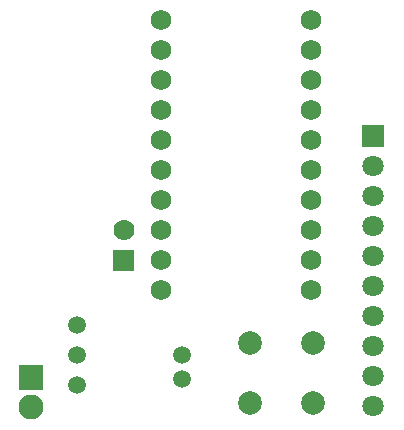
<source format=gts>
G04 Layer: TopSolderMaskLayer*
G04 EasyEDA v6.2.46, 2019-11-14T14:20:35--8:00*
G04 6cc4c092965b432d8056714782698947,b8365342f910463186eac5fadccb516d,10*
G04 Gerber Generator version 0.2*
G04 Scale: 100 percent, Rotated: No, Reflected: No *
G04 Dimensions in inches *
G04 leading zeros omitted , absolute positions ,2 integer and 4 decimal *
%FSLAX24Y24*%
%MOIN*%
G90*
G70D02*

%ADD28C,0.070000*%
%ADD29C,0.070992*%
%ADD31C,0.068000*%
%ADD32C,0.078866*%
%ADD33C,0.059181*%
%ADD35C,0.082803*%
%ADD36C,0.058710*%

%LPD*%
G36*
G01X3600Y5500D02*
G01X3600Y6200D01*
G01X4300Y6200D01*
G01X4300Y5500D01*
G01X3600Y5500D01*
G37*
G54D28*
G01X3950Y6850D03*
G54D29*
G01X12250Y1000D03*
G01X12250Y2000D03*
G01X12250Y3000D03*
G01X12250Y4000D03*
G01X12250Y5000D03*
G01X12250Y6000D03*
G01X12250Y7000D03*
G01X12250Y8000D03*
G01X12250Y9000D03*
G36*
G01X11894Y9644D02*
G01X11894Y10355D01*
G01X12605Y10355D01*
G01X12605Y9644D01*
G01X11894Y9644D01*
G37*
G54D31*
G01X5200Y13850D03*
G01X5200Y12850D03*
G01X5200Y11850D03*
G01X5200Y10850D03*
G01X5200Y9850D03*
G01X5200Y8850D03*
G01X5200Y7850D03*
G01X5200Y6850D03*
G01X5200Y5850D03*
G01X5200Y4850D03*
G01X10200Y13850D03*
G01X10200Y12850D03*
G01X10200Y11850D03*
G01X10200Y10850D03*
G01X10200Y9850D03*
G01X10200Y8850D03*
G01X10200Y7850D03*
G01X10200Y6850D03*
G01X10200Y5850D03*
G01X10200Y4850D03*
G54D32*
G01X10250Y1100D03*
G01X10250Y3100D03*
G01X8150Y1100D03*
G01X8150Y3100D03*
G54D33*
G01X5900Y1906D03*
G01X5900Y2693D03*
G36*
G01X435Y1536D02*
G01X435Y2363D01*
G01X1264Y2363D01*
G01X1264Y1536D01*
G01X435Y1536D01*
G37*
G54D35*
G01X850Y950D03*
G54D36*
G01X2400Y3700D03*
G01X2400Y2700D03*
G01X2400Y1700D03*
M00*
M02*

</source>
